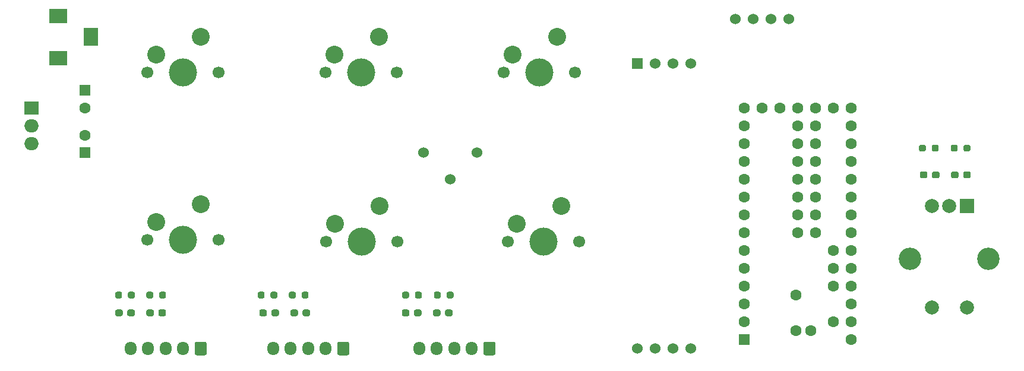
<source format=gbr>
%TF.GenerationSoftware,KiCad,Pcbnew,(5.1.9-0-10_14)*%
%TF.CreationDate,2021-02-22T19:48:58+01:00*%
%TF.ProjectId,DMXBox PCB,444d5842-6f78-4205-9043-422e6b696361,0.1*%
%TF.SameCoordinates,Original*%
%TF.FileFunction,Soldermask,Bot*%
%TF.FilePolarity,Negative*%
%FSLAX46Y46*%
G04 Gerber Fmt 4.6, Leading zero omitted, Abs format (unit mm)*
G04 Created by KiCad (PCBNEW (5.1.9-0-10_14)) date 2021-02-22 19:48:58*
%MOMM*%
%LPD*%
G01*
G04 APERTURE LIST*
%ADD10C,1.600000*%
%ADD11R,1.600000X1.600000*%
%ADD12R,2.000000X2.600000*%
%ADD13R,2.600000X2.000000*%
%ADD14C,1.524000*%
%ADD15R,1.524000X1.524000*%
%ADD16O,1.700000X1.950000*%
%ADD17C,1.700000*%
%ADD18C,4.000000*%
%ADD19C,2.540000*%
%ADD20C,2.000000*%
%ADD21C,3.200000*%
%ADD22R,2.000000X2.000000*%
%ADD23R,2.000000X1.905000*%
%ADD24O,2.000000X1.905000*%
G04 APERTURE END LIST*
D10*
%TO.C,U1*%
X181610000Y-107950000D03*
X181610000Y-105410000D03*
X181380000Y-116840000D03*
X181610000Y-102870000D03*
X184150000Y-107950000D03*
X184150000Y-105410000D03*
X181610000Y-100330000D03*
X184150000Y-102870000D03*
X181610000Y-97790000D03*
X181610000Y-95250000D03*
X184150000Y-100330000D03*
X184150000Y-97790000D03*
X181610000Y-92710000D03*
X184150000Y-92710000D03*
X184150000Y-95250000D03*
X183510000Y-121920000D03*
X181380000Y-121920000D03*
D11*
X173990000Y-123190000D03*
D10*
X173990000Y-120650000D03*
X173990000Y-118110000D03*
X173990000Y-115570000D03*
X173990000Y-113030000D03*
X173990000Y-110490000D03*
X173990000Y-107950000D03*
X173990000Y-105410000D03*
X173990000Y-102870000D03*
X173990000Y-100330000D03*
X173990000Y-97790000D03*
X173990000Y-95250000D03*
X173990000Y-92710000D03*
X186690000Y-110490000D03*
X186690000Y-113030000D03*
X186690000Y-115570000D03*
X186690000Y-120650000D03*
X189230000Y-123190000D03*
X189230000Y-120650000D03*
X189230000Y-118110000D03*
X189230000Y-115570000D03*
X189230000Y-113030000D03*
X189230000Y-110490000D03*
X189230000Y-107950000D03*
X189230000Y-105410000D03*
X189230000Y-102870000D03*
X189230000Y-100330000D03*
X189230000Y-97790000D03*
X189230000Y-95250000D03*
X189230000Y-92710000D03*
X173990000Y-90170000D03*
X176530000Y-90170000D03*
X179070000Y-90170000D03*
X189230000Y-90170000D03*
X186690000Y-90170000D03*
X184150000Y-90170000D03*
X181610000Y-90170000D03*
%TD*%
D12*
%TO.C,6-24V1*%
X80900000Y-80010000D03*
D13*
X76200000Y-83010000D03*
X76200000Y-77010000D03*
%TD*%
D14*
%TO.C,A1*%
X166370000Y-124460000D03*
X163830000Y-124460000D03*
X161290000Y-124460000D03*
X158750000Y-124460000D03*
D15*
X158750000Y-83820000D03*
D14*
X161290000Y-83820000D03*
X163830000Y-83820000D03*
X166370000Y-83820000D03*
%TD*%
%TO.C,A2*%
X172720000Y-77470000D03*
X175260000Y-77470000D03*
X177800000Y-77470000D03*
X180340000Y-77470000D03*
%TD*%
%TO.C,C1*%
G36*
G01*
X205202500Y-99932500D02*
X205202500Y-99457500D01*
G75*
G02*
X205440000Y-99220000I237500J0D01*
G01*
X206040000Y-99220000D01*
G75*
G02*
X206277500Y-99457500I0J-237500D01*
G01*
X206277500Y-99932500D01*
G75*
G02*
X206040000Y-100170000I-237500J0D01*
G01*
X205440000Y-100170000D01*
G75*
G02*
X205202500Y-99932500I0J237500D01*
G01*
G37*
G36*
G01*
X203477500Y-99932500D02*
X203477500Y-99457500D01*
G75*
G02*
X203715000Y-99220000I237500J0D01*
G01*
X204315000Y-99220000D01*
G75*
G02*
X204552500Y-99457500I0J-237500D01*
G01*
X204552500Y-99932500D01*
G75*
G02*
X204315000Y-100170000I-237500J0D01*
G01*
X203715000Y-100170000D01*
G75*
G02*
X203477500Y-99932500I0J237500D01*
G01*
G37*
%TD*%
%TO.C,C2*%
G36*
G01*
X199032500Y-99932500D02*
X199032500Y-99457500D01*
G75*
G02*
X199270000Y-99220000I237500J0D01*
G01*
X199870000Y-99220000D01*
G75*
G02*
X200107500Y-99457500I0J-237500D01*
G01*
X200107500Y-99932500D01*
G75*
G02*
X199870000Y-100170000I-237500J0D01*
G01*
X199270000Y-100170000D01*
G75*
G02*
X199032500Y-99932500I0J237500D01*
G01*
G37*
G36*
G01*
X200757500Y-99932500D02*
X200757500Y-99457500D01*
G75*
G02*
X200995000Y-99220000I237500J0D01*
G01*
X201595000Y-99220000D01*
G75*
G02*
X201832500Y-99457500I0J-237500D01*
G01*
X201832500Y-99932500D01*
G75*
G02*
X201595000Y-100170000I-237500J0D01*
G01*
X200995000Y-100170000D01*
G75*
G02*
X200757500Y-99932500I0J237500D01*
G01*
G37*
%TD*%
D11*
%TO.C,C3*%
X80010000Y-87630000D03*
D10*
X80010000Y-90130000D03*
%TD*%
%TO.C,C4*%
X80010000Y-94020000D03*
D11*
X80010000Y-96520000D03*
%TD*%
%TO.C,C5*%
G36*
G01*
X86050000Y-119617500D02*
X86050000Y-119142500D01*
G75*
G02*
X86287500Y-118905000I237500J0D01*
G01*
X86887500Y-118905000D01*
G75*
G02*
X87125000Y-119142500I0J-237500D01*
G01*
X87125000Y-119617500D01*
G75*
G02*
X86887500Y-119855000I-237500J0D01*
G01*
X86287500Y-119855000D01*
G75*
G02*
X86050000Y-119617500I0J237500D01*
G01*
G37*
G36*
G01*
X84325000Y-119617500D02*
X84325000Y-119142500D01*
G75*
G02*
X84562500Y-118905000I237500J0D01*
G01*
X85162500Y-118905000D01*
G75*
G02*
X85400000Y-119142500I0J-237500D01*
G01*
X85400000Y-119617500D01*
G75*
G02*
X85162500Y-119855000I-237500J0D01*
G01*
X84562500Y-119855000D01*
G75*
G02*
X84325000Y-119617500I0J237500D01*
G01*
G37*
%TD*%
%TO.C,C6*%
G36*
G01*
X106597500Y-119617500D02*
X106597500Y-119142500D01*
G75*
G02*
X106835000Y-118905000I237500J0D01*
G01*
X107435000Y-118905000D01*
G75*
G02*
X107672500Y-119142500I0J-237500D01*
G01*
X107672500Y-119617500D01*
G75*
G02*
X107435000Y-119855000I-237500J0D01*
G01*
X106835000Y-119855000D01*
G75*
G02*
X106597500Y-119617500I0J237500D01*
G01*
G37*
G36*
G01*
X104872500Y-119617500D02*
X104872500Y-119142500D01*
G75*
G02*
X105110000Y-118905000I237500J0D01*
G01*
X105710000Y-118905000D01*
G75*
G02*
X105947500Y-119142500I0J-237500D01*
G01*
X105947500Y-119617500D01*
G75*
G02*
X105710000Y-119855000I-237500J0D01*
G01*
X105110000Y-119855000D01*
G75*
G02*
X104872500Y-119617500I0J237500D01*
G01*
G37*
%TD*%
%TO.C,C7*%
G36*
G01*
X126917500Y-119617500D02*
X126917500Y-119142500D01*
G75*
G02*
X127155000Y-118905000I237500J0D01*
G01*
X127755000Y-118905000D01*
G75*
G02*
X127992500Y-119142500I0J-237500D01*
G01*
X127992500Y-119617500D01*
G75*
G02*
X127755000Y-119855000I-237500J0D01*
G01*
X127155000Y-119855000D01*
G75*
G02*
X126917500Y-119617500I0J237500D01*
G01*
G37*
G36*
G01*
X125192500Y-119617500D02*
X125192500Y-119142500D01*
G75*
G02*
X125430000Y-118905000I237500J0D01*
G01*
X126030000Y-118905000D01*
G75*
G02*
X126267500Y-119142500I0J-237500D01*
G01*
X126267500Y-119617500D01*
G75*
G02*
X126030000Y-119855000I-237500J0D01*
G01*
X125430000Y-119855000D01*
G75*
G02*
X125192500Y-119617500I0J237500D01*
G01*
G37*
%TD*%
%TO.C,C8*%
G36*
G01*
X91570000Y-119142500D02*
X91570000Y-119617500D01*
G75*
G02*
X91332500Y-119855000I-237500J0D01*
G01*
X90732500Y-119855000D01*
G75*
G02*
X90495000Y-119617500I0J237500D01*
G01*
X90495000Y-119142500D01*
G75*
G02*
X90732500Y-118905000I237500J0D01*
G01*
X91332500Y-118905000D01*
G75*
G02*
X91570000Y-119142500I0J-237500D01*
G01*
G37*
G36*
G01*
X89845000Y-119142500D02*
X89845000Y-119617500D01*
G75*
G02*
X89607500Y-119855000I-237500J0D01*
G01*
X89007500Y-119855000D01*
G75*
G02*
X88770000Y-119617500I0J237500D01*
G01*
X88770000Y-119142500D01*
G75*
G02*
X89007500Y-118905000I237500J0D01*
G01*
X89607500Y-118905000D01*
G75*
G02*
X89845000Y-119142500I0J-237500D01*
G01*
G37*
%TD*%
%TO.C,C9*%
G36*
G01*
X112117500Y-119142500D02*
X112117500Y-119617500D01*
G75*
G02*
X111880000Y-119855000I-237500J0D01*
G01*
X111280000Y-119855000D01*
G75*
G02*
X111042500Y-119617500I0J237500D01*
G01*
X111042500Y-119142500D01*
G75*
G02*
X111280000Y-118905000I237500J0D01*
G01*
X111880000Y-118905000D01*
G75*
G02*
X112117500Y-119142500I0J-237500D01*
G01*
G37*
G36*
G01*
X110392500Y-119142500D02*
X110392500Y-119617500D01*
G75*
G02*
X110155000Y-119855000I-237500J0D01*
G01*
X109555000Y-119855000D01*
G75*
G02*
X109317500Y-119617500I0J237500D01*
G01*
X109317500Y-119142500D01*
G75*
G02*
X109555000Y-118905000I237500J0D01*
G01*
X110155000Y-118905000D01*
G75*
G02*
X110392500Y-119142500I0J-237500D01*
G01*
G37*
%TD*%
%TO.C,C10*%
G36*
G01*
X132437500Y-119142500D02*
X132437500Y-119617500D01*
G75*
G02*
X132200000Y-119855000I-237500J0D01*
G01*
X131600000Y-119855000D01*
G75*
G02*
X131362500Y-119617500I0J237500D01*
G01*
X131362500Y-119142500D01*
G75*
G02*
X131600000Y-118905000I237500J0D01*
G01*
X132200000Y-118905000D01*
G75*
G02*
X132437500Y-119142500I0J-237500D01*
G01*
G37*
G36*
G01*
X130712500Y-119142500D02*
X130712500Y-119617500D01*
G75*
G02*
X130475000Y-119855000I-237500J0D01*
G01*
X129875000Y-119855000D01*
G75*
G02*
X129637500Y-119617500I0J237500D01*
G01*
X129637500Y-119142500D01*
G75*
G02*
X129875000Y-118905000I237500J0D01*
G01*
X130475000Y-118905000D01*
G75*
G02*
X130712500Y-119142500I0J-237500D01*
G01*
G37*
%TD*%
%TO.C,J1*%
G36*
G01*
X117690000Y-123735000D02*
X117690000Y-125185000D01*
G75*
G02*
X117440000Y-125435000I-250000J0D01*
G01*
X116240000Y-125435000D01*
G75*
G02*
X115990000Y-125185000I0J250000D01*
G01*
X115990000Y-123735000D01*
G75*
G02*
X116240000Y-123485000I250000J0D01*
G01*
X117440000Y-123485000D01*
G75*
G02*
X117690000Y-123735000I0J-250000D01*
G01*
G37*
D16*
X114340000Y-124460000D03*
X111840000Y-124460000D03*
X109340000Y-124460000D03*
X106840000Y-124460000D03*
%TD*%
D14*
%TO.C,J2*%
X128270000Y-96520000D03*
X135890000Y-96520000D03*
X132080000Y-100330000D03*
%TD*%
%TO.C,J3*%
G36*
G01*
X97370000Y-123735000D02*
X97370000Y-125185000D01*
G75*
G02*
X97120000Y-125435000I-250000J0D01*
G01*
X95920000Y-125435000D01*
G75*
G02*
X95670000Y-125185000I0J250000D01*
G01*
X95670000Y-123735000D01*
G75*
G02*
X95920000Y-123485000I250000J0D01*
G01*
X97120000Y-123485000D01*
G75*
G02*
X97370000Y-123735000I0J-250000D01*
G01*
G37*
D16*
X94020000Y-124460000D03*
X91520000Y-124460000D03*
X89020000Y-124460000D03*
X86520000Y-124460000D03*
%TD*%
%TO.C,J4*%
X127675000Y-124460000D03*
X130175000Y-124460000D03*
X132675000Y-124460000D03*
X135175000Y-124460000D03*
G36*
G01*
X138525000Y-123735000D02*
X138525000Y-125185000D01*
G75*
G02*
X138275000Y-125435000I-250000J0D01*
G01*
X137075000Y-125435000D01*
G75*
G02*
X136825000Y-125185000I0J250000D01*
G01*
X136825000Y-123735000D01*
G75*
G02*
X137075000Y-123485000I250000J0D01*
G01*
X138275000Y-123485000D01*
G75*
G02*
X138525000Y-123735000I0J-250000D01*
G01*
G37*
%TD*%
%TO.C,R1*%
G36*
G01*
X205252500Y-96122500D02*
X205252500Y-95647500D01*
G75*
G02*
X205490000Y-95410000I237500J0D01*
G01*
X205990000Y-95410000D01*
G75*
G02*
X206227500Y-95647500I0J-237500D01*
G01*
X206227500Y-96122500D01*
G75*
G02*
X205990000Y-96360000I-237500J0D01*
G01*
X205490000Y-96360000D01*
G75*
G02*
X205252500Y-96122500I0J237500D01*
G01*
G37*
G36*
G01*
X203427500Y-96122500D02*
X203427500Y-95647500D01*
G75*
G02*
X203665000Y-95410000I237500J0D01*
G01*
X204165000Y-95410000D01*
G75*
G02*
X204402500Y-95647500I0J-237500D01*
G01*
X204402500Y-96122500D01*
G75*
G02*
X204165000Y-96360000I-237500J0D01*
G01*
X203665000Y-96360000D01*
G75*
G02*
X203427500Y-96122500I0J237500D01*
G01*
G37*
%TD*%
%TO.C,R2*%
G36*
G01*
X198902500Y-96122500D02*
X198902500Y-95647500D01*
G75*
G02*
X199140000Y-95410000I237500J0D01*
G01*
X199640000Y-95410000D01*
G75*
G02*
X199877500Y-95647500I0J-237500D01*
G01*
X199877500Y-96122500D01*
G75*
G02*
X199640000Y-96360000I-237500J0D01*
G01*
X199140000Y-96360000D01*
G75*
G02*
X198902500Y-96122500I0J237500D01*
G01*
G37*
G36*
G01*
X200727500Y-96122500D02*
X200727500Y-95647500D01*
G75*
G02*
X200965000Y-95410000I237500J0D01*
G01*
X201465000Y-95410000D01*
G75*
G02*
X201702500Y-95647500I0J-237500D01*
G01*
X201702500Y-96122500D01*
G75*
G02*
X201465000Y-96360000I-237500J0D01*
G01*
X200965000Y-96360000D01*
G75*
G02*
X200727500Y-96122500I0J237500D01*
G01*
G37*
%TD*%
%TO.C,R3*%
G36*
G01*
X85300000Y-116602500D02*
X85300000Y-117077500D01*
G75*
G02*
X85062500Y-117315000I-237500J0D01*
G01*
X84562500Y-117315000D01*
G75*
G02*
X84325000Y-117077500I0J237500D01*
G01*
X84325000Y-116602500D01*
G75*
G02*
X84562500Y-116365000I237500J0D01*
G01*
X85062500Y-116365000D01*
G75*
G02*
X85300000Y-116602500I0J-237500D01*
G01*
G37*
G36*
G01*
X87125000Y-116602500D02*
X87125000Y-117077500D01*
G75*
G02*
X86887500Y-117315000I-237500J0D01*
G01*
X86387500Y-117315000D01*
G75*
G02*
X86150000Y-117077500I0J237500D01*
G01*
X86150000Y-116602500D01*
G75*
G02*
X86387500Y-116365000I237500J0D01*
G01*
X86887500Y-116365000D01*
G75*
G02*
X87125000Y-116602500I0J-237500D01*
G01*
G37*
%TD*%
%TO.C,R4*%
G36*
G01*
X91570000Y-116602500D02*
X91570000Y-117077500D01*
G75*
G02*
X91332500Y-117315000I-237500J0D01*
G01*
X90832500Y-117315000D01*
G75*
G02*
X90595000Y-117077500I0J237500D01*
G01*
X90595000Y-116602500D01*
G75*
G02*
X90832500Y-116365000I237500J0D01*
G01*
X91332500Y-116365000D01*
G75*
G02*
X91570000Y-116602500I0J-237500D01*
G01*
G37*
G36*
G01*
X89745000Y-116602500D02*
X89745000Y-117077500D01*
G75*
G02*
X89507500Y-117315000I-237500J0D01*
G01*
X89007500Y-117315000D01*
G75*
G02*
X88770000Y-117077500I0J237500D01*
G01*
X88770000Y-116602500D01*
G75*
G02*
X89007500Y-116365000I237500J0D01*
G01*
X89507500Y-116365000D01*
G75*
G02*
X89745000Y-116602500I0J-237500D01*
G01*
G37*
%TD*%
%TO.C,R5*%
G36*
G01*
X105620000Y-116602500D02*
X105620000Y-117077500D01*
G75*
G02*
X105382500Y-117315000I-237500J0D01*
G01*
X104882500Y-117315000D01*
G75*
G02*
X104645000Y-117077500I0J237500D01*
G01*
X104645000Y-116602500D01*
G75*
G02*
X104882500Y-116365000I237500J0D01*
G01*
X105382500Y-116365000D01*
G75*
G02*
X105620000Y-116602500I0J-237500D01*
G01*
G37*
G36*
G01*
X107445000Y-116602500D02*
X107445000Y-117077500D01*
G75*
G02*
X107207500Y-117315000I-237500J0D01*
G01*
X106707500Y-117315000D01*
G75*
G02*
X106470000Y-117077500I0J237500D01*
G01*
X106470000Y-116602500D01*
G75*
G02*
X106707500Y-116365000I237500J0D01*
G01*
X107207500Y-116365000D01*
G75*
G02*
X107445000Y-116602500I0J-237500D01*
G01*
G37*
%TD*%
%TO.C,R6*%
G36*
G01*
X111890000Y-116602500D02*
X111890000Y-117077500D01*
G75*
G02*
X111652500Y-117315000I-237500J0D01*
G01*
X111152500Y-117315000D01*
G75*
G02*
X110915000Y-117077500I0J237500D01*
G01*
X110915000Y-116602500D01*
G75*
G02*
X111152500Y-116365000I237500J0D01*
G01*
X111652500Y-116365000D01*
G75*
G02*
X111890000Y-116602500I0J-237500D01*
G01*
G37*
G36*
G01*
X110065000Y-116602500D02*
X110065000Y-117077500D01*
G75*
G02*
X109827500Y-117315000I-237500J0D01*
G01*
X109327500Y-117315000D01*
G75*
G02*
X109090000Y-117077500I0J237500D01*
G01*
X109090000Y-116602500D01*
G75*
G02*
X109327500Y-116365000I237500J0D01*
G01*
X109827500Y-116365000D01*
G75*
G02*
X110065000Y-116602500I0J-237500D01*
G01*
G37*
%TD*%
%TO.C,R7*%
G36*
G01*
X126217500Y-116602500D02*
X126217500Y-117077500D01*
G75*
G02*
X125980000Y-117315000I-237500J0D01*
G01*
X125480000Y-117315000D01*
G75*
G02*
X125242500Y-117077500I0J237500D01*
G01*
X125242500Y-116602500D01*
G75*
G02*
X125480000Y-116365000I237500J0D01*
G01*
X125980000Y-116365000D01*
G75*
G02*
X126217500Y-116602500I0J-237500D01*
G01*
G37*
G36*
G01*
X128042500Y-116602500D02*
X128042500Y-117077500D01*
G75*
G02*
X127805000Y-117315000I-237500J0D01*
G01*
X127305000Y-117315000D01*
G75*
G02*
X127067500Y-117077500I0J237500D01*
G01*
X127067500Y-116602500D01*
G75*
G02*
X127305000Y-116365000I237500J0D01*
G01*
X127805000Y-116365000D01*
G75*
G02*
X128042500Y-116602500I0J-237500D01*
G01*
G37*
%TD*%
%TO.C,R8*%
G36*
G01*
X132567500Y-116602500D02*
X132567500Y-117077500D01*
G75*
G02*
X132330000Y-117315000I-237500J0D01*
G01*
X131830000Y-117315000D01*
G75*
G02*
X131592500Y-117077500I0J237500D01*
G01*
X131592500Y-116602500D01*
G75*
G02*
X131830000Y-116365000I237500J0D01*
G01*
X132330000Y-116365000D01*
G75*
G02*
X132567500Y-116602500I0J-237500D01*
G01*
G37*
G36*
G01*
X130742500Y-116602500D02*
X130742500Y-117077500D01*
G75*
G02*
X130505000Y-117315000I-237500J0D01*
G01*
X130005000Y-117315000D01*
G75*
G02*
X129767500Y-117077500I0J237500D01*
G01*
X129767500Y-116602500D01*
G75*
G02*
X130005000Y-116365000I237500J0D01*
G01*
X130505000Y-116365000D01*
G75*
G02*
X130742500Y-116602500I0J-237500D01*
G01*
G37*
%TD*%
D17*
%TO.C,SW1*%
X99060000Y-85090000D03*
X88900000Y-85090000D03*
D18*
X93980000Y-85090000D03*
D19*
X96520000Y-80010000D03*
X90170000Y-82550000D03*
%TD*%
D20*
%TO.C,SW2*%
X200740000Y-118640000D03*
X205740000Y-118640000D03*
D21*
X197640000Y-111640000D03*
X208840000Y-111640000D03*
D20*
X200740000Y-104140000D03*
X203240000Y-104140000D03*
D22*
X205740000Y-104140000D03*
%TD*%
D19*
%TO.C,SW3*%
X115697000Y-106680000D03*
X122047000Y-104140000D03*
D18*
X119507000Y-109220000D03*
D17*
X114427000Y-109220000D03*
X124587000Y-109220000D03*
%TD*%
D19*
%TO.C,SW4*%
X90170000Y-106426000D03*
X96520000Y-103886000D03*
D18*
X93980000Y-108966000D03*
D17*
X88900000Y-108966000D03*
X99060000Y-108966000D03*
%TD*%
%TO.C,SW5*%
X149860000Y-85090000D03*
X139700000Y-85090000D03*
D18*
X144780000Y-85090000D03*
D19*
X147320000Y-80010000D03*
X140970000Y-82550000D03*
%TD*%
%TO.C,SW6*%
X115570000Y-82550000D03*
X121920000Y-80010000D03*
D18*
X119380000Y-85090000D03*
D17*
X114300000Y-85090000D03*
X124460000Y-85090000D03*
%TD*%
%TO.C,SW7*%
X150495000Y-109220000D03*
X140335000Y-109220000D03*
D18*
X145415000Y-109220000D03*
D19*
X147955000Y-104140000D03*
X141605000Y-106680000D03*
%TD*%
D23*
%TO.C,U2*%
X72390000Y-90170000D03*
D24*
X72390000Y-92710000D03*
X72390000Y-95250000D03*
%TD*%
M02*

</source>
